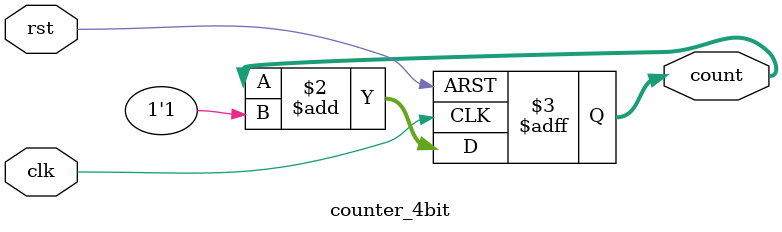
<source format=v>
module counter_4bit(
input clk,rst,
output reg [3:0] count
);
always @(posedge clk or posedge rst) begin 
 if(rst) 
  count <= 4'b0000;
 else 
  count <= count + 1'b1;
end
endmodule

</source>
